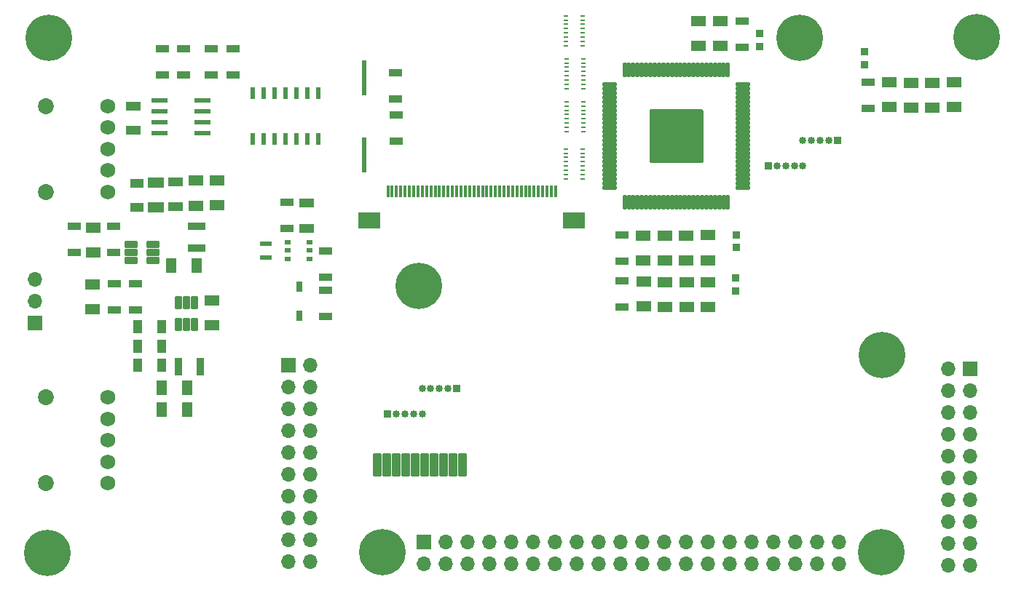
<source format=gts>
%TF.GenerationSoftware,KiCad,Pcbnew,8.0.8*%
%TF.CreationDate,2025-02-15T01:08:23-07:00*%
%TF.ProjectId,ECE Capstone PCB Design,45434520-4361-4707-9374-6f6e65205043,rev?*%
%TF.SameCoordinates,Original*%
%TF.FileFunction,Soldermask,Top*%
%TF.FilePolarity,Negative*%
%FSLAX46Y46*%
G04 Gerber Fmt 4.6, Leading zero omitted, Abs format (unit mm)*
G04 Created by KiCad (PCBNEW 8.0.8) date 2025-02-15 01:08:23*
%MOMM*%
%LPD*%
G01*
G04 APERTURE LIST*
G04 Aperture macros list*
%AMRoundRect*
0 Rectangle with rounded corners*
0 $1 Rounding radius*
0 $2 $3 $4 $5 $6 $7 $8 $9 X,Y pos of 4 corners*
0 Add a 4 corners polygon primitive as box body*
4,1,4,$2,$3,$4,$5,$6,$7,$8,$9,$2,$3,0*
0 Add four circle primitives for the rounded corners*
1,1,$1+$1,$2,$3*
1,1,$1+$1,$4,$5*
1,1,$1+$1,$6,$7*
1,1,$1+$1,$8,$9*
0 Add four rect primitives between the rounded corners*
20,1,$1+$1,$2,$3,$4,$5,0*
20,1,$1+$1,$4,$5,$6,$7,0*
20,1,$1+$1,$6,$7,$8,$9,0*
20,1,$1+$1,$8,$9,$2,$3,0*%
G04 Aperture macros list end*
%ADD10C,5.400000*%
%ADD11C,1.854200*%
%ADD12C,1.752600*%
%ADD13R,1.700000X1.700000*%
%ADD14O,1.700000X1.700000*%
%ADD15R,0.800001X0.549999*%
%ADD16R,1.752600X1.168400*%
%ADD17R,1.447800X0.609600*%
%ADD18R,0.584200X0.203200*%
%ADD19R,0.381000X1.346200*%
%ADD20R,2.540000X1.854200*%
%ADD21R,1.168400X1.803400*%
%ADD22R,1.600000X0.855600*%
%ADD23R,1.117600X1.600200*%
%ADD24R,1.803400X1.168400*%
%ADD25RoundRect,0.099250X0.627750X0.297750X-0.627750X0.297750X-0.627750X-0.297750X0.627750X-0.297750X0*%
%ADD26R,0.939800X0.965200*%
%ADD27R,2.006600X0.850900*%
%ADD28RoundRect,0.099250X-0.297750X0.627750X-0.297750X-0.627750X0.297750X-0.627750X0.297750X0.627750X0*%
%ADD29RoundRect,0.102000X-0.139700X0.736600X-0.139700X-0.736600X0.139700X-0.736600X0.139700X0.736600X0*%
%ADD30RoundRect,0.102000X-0.736600X0.139700X-0.736600X-0.139700X0.736600X-0.139700X0.736600X0.139700X0*%
%ADD31RoundRect,0.102000X-2.997200X2.997200X-2.997200X-2.997200X2.997200X-2.997200X2.997200X2.997200X0*%
%ADD32R,1.701800X1.016000*%
%ADD33R,1.752600X1.016000*%
%ADD34R,1.600200X1.117600*%
%ADD35R,0.609600X4.114800*%
%ADD36R,1.981200X0.558800*%
%ADD37R,0.558800X1.397000*%
%ADD38R,1.168400X1.752600*%
%ADD39RoundRect,0.102000X0.860000X-0.525000X0.860000X0.525000X-0.860000X0.525000X-0.860000X-0.525000X0*%
%ADD40R,0.850000X0.850000*%
%ADD41O,0.850000X0.850000*%
%ADD42R,0.850900X2.006600*%
%ADD43R,0.762000X1.219200*%
%ADD44RoundRect,0.102000X-0.375000X-1.250000X0.375000X-1.250000X0.375000X1.250000X-0.375000X1.250000X0*%
G04 APERTURE END LIST*
D10*
%TO.C,*%
X164950000Y-110450000D03*
%TD*%
%TO.C,*%
X222975000Y-87450000D03*
%TD*%
%TO.C,*%
X222950000Y-110450000D03*
%TD*%
D11*
%TO.C,J2*%
X125819999Y-92400000D03*
X125819999Y-102400000D03*
D12*
X133000000Y-102400000D03*
X133000000Y-99900000D03*
X133000000Y-97400000D03*
X133000000Y-94900000D03*
X133000000Y-92400000D03*
%TD*%
D13*
%TO.C,REF\u002A\u002A*%
X154000000Y-88640000D03*
D14*
X156540000Y-88640000D03*
X154000000Y-91180000D03*
X156540000Y-91180000D03*
X154000000Y-93720000D03*
X156540000Y-93720000D03*
X154000000Y-96260000D03*
X156540000Y-96260000D03*
X154000000Y-98800000D03*
X156540000Y-98800000D03*
X154000000Y-101340000D03*
X156540000Y-101340000D03*
X154000000Y-103880000D03*
X156540000Y-103880000D03*
X154000000Y-106420000D03*
X156540000Y-106420000D03*
X154000000Y-108960000D03*
X156540000Y-108960000D03*
X154000000Y-111500000D03*
X156540000Y-111500000D03*
%TD*%
D15*
%TO.C,U6*%
X153924999Y-74377800D03*
X153924999Y-75327801D03*
X153924999Y-76277799D03*
X156474999Y-76277799D03*
X156474999Y-75327801D03*
X156474999Y-74377800D03*
%TD*%
D16*
%TO.C,C13*%
X201700000Y-51500000D03*
X201700000Y-48604400D03*
%TD*%
D17*
%TO.C,L3*%
X151400000Y-76127901D03*
X151400000Y-74527701D03*
%TD*%
D18*
%TO.C,R11*%
X188200000Y-51500000D03*
X188200000Y-51000001D03*
X188200000Y-50500002D03*
X188200000Y-50000001D03*
X188200000Y-49500001D03*
X188200000Y-49000000D03*
X188200000Y-48500001D03*
X188200000Y-48000002D03*
X186269600Y-48000002D03*
X186269600Y-48500001D03*
X186269600Y-49000000D03*
X186269600Y-49500001D03*
X186269600Y-50000001D03*
X186269600Y-50500002D03*
X186269600Y-51000001D03*
X186269600Y-51500000D03*
%TD*%
D19*
%TO.C,J3*%
X165553398Y-68463100D03*
X166053524Y-68463100D03*
X166553650Y-68463100D03*
X167053776Y-68463100D03*
X167553902Y-68463100D03*
X168054028Y-68463100D03*
X168554154Y-68463100D03*
X169054280Y-68463100D03*
X169554406Y-68463100D03*
X170054532Y-68463100D03*
X170554658Y-68463100D03*
X171054784Y-68463100D03*
X171554910Y-68463100D03*
X172055036Y-68463100D03*
X172555162Y-68463100D03*
X173055288Y-68463100D03*
X173555414Y-68463100D03*
X174055540Y-68463100D03*
X174555666Y-68463100D03*
X175055792Y-68463100D03*
X175555918Y-68463100D03*
X176056044Y-68463100D03*
X176556170Y-68463100D03*
X177056296Y-68463100D03*
X177556422Y-68463100D03*
X178056548Y-68463100D03*
X178556674Y-68463100D03*
X179056800Y-68463100D03*
X179556926Y-68463100D03*
X180057052Y-68463100D03*
X180557178Y-68463100D03*
X181057304Y-68463100D03*
X181557430Y-68463100D03*
X182057556Y-68463100D03*
X182557682Y-68463100D03*
X183057808Y-68463100D03*
X183557934Y-68463100D03*
X184058060Y-68463100D03*
X184558186Y-68463100D03*
X185058312Y-68463100D03*
D20*
X163405856Y-71813101D03*
X187205854Y-71813101D03*
%TD*%
D21*
%TO.C,C31*%
X139253600Y-93800000D03*
X142200000Y-93800000D03*
%TD*%
D22*
%TO.C,C23*%
X192750000Y-73524399D03*
X192750000Y-76580001D03*
%TD*%
D16*
%TO.C,C12*%
X228852200Y-55804400D03*
X228852200Y-58700000D03*
%TD*%
D22*
%TO.C,C1*%
X166490000Y-59552199D03*
X166490000Y-62607801D03*
%TD*%
D16*
%TO.C,C17*%
X204200000Y-51500000D03*
X204200000Y-48604400D03*
%TD*%
D22*
%TO.C,C21*%
X206700000Y-51660002D03*
X206700000Y-48604400D03*
%TD*%
D23*
%TO.C,R6*%
X136456800Y-86430000D03*
X139250800Y-86430000D03*
%TD*%
D24*
%TO.C,C25*%
X143200000Y-67153600D03*
X143200000Y-70100000D03*
%TD*%
D25*
%TO.C,U7*%
X138246400Y-76511900D03*
X138246400Y-75561900D03*
X138246400Y-74611900D03*
X135736400Y-74611900D03*
X135736400Y-75561900D03*
X135736400Y-76511900D03*
%TD*%
D16*
%TO.C,C36*%
X145106800Y-81104400D03*
X145106800Y-84000000D03*
%TD*%
D22*
%TO.C,C22*%
X192800000Y-78867799D03*
X192800000Y-81923401D03*
%TD*%
D16*
%TO.C,C16*%
X226352200Y-55804400D03*
X226352200Y-58700000D03*
%TD*%
D26*
%TO.C,FB1*%
X206000000Y-80049300D03*
X206000000Y-78550700D03*
%TD*%
D27*
%TO.C,L1*%
X143291400Y-72496850D03*
X143291400Y-75049550D03*
%TD*%
D28*
%TO.C,U5*%
X143099800Y-81430000D03*
X142149800Y-81430000D03*
X141199800Y-81430000D03*
X141199800Y-83940000D03*
X142149800Y-83940000D03*
X143099800Y-83940000D03*
%TD*%
D16*
%TO.C,C35*%
X131250000Y-82169999D03*
X131250000Y-79274399D03*
%TD*%
D22*
%TO.C,C6*%
X139330000Y-54857801D03*
X139330000Y-51802199D03*
%TD*%
D29*
%TO.C,U3*%
X205078400Y-54278400D03*
X204578400Y-54278400D03*
X204082200Y-54278400D03*
X203574200Y-54278400D03*
X203078400Y-54278400D03*
X202578400Y-54278400D03*
X202075600Y-54278400D03*
X201578400Y-54278400D03*
X201078400Y-54278400D03*
X200577000Y-54278400D03*
X200069000Y-54278400D03*
X199578400Y-54278400D03*
X199078400Y-54278400D03*
X198570400Y-54278400D03*
X198078400Y-54278400D03*
X197579800Y-54278400D03*
X197071800Y-54278400D03*
X196578400Y-54278400D03*
X196081200Y-54278400D03*
X195573200Y-54278400D03*
X195078400Y-54278400D03*
X194582600Y-54278400D03*
X194074600Y-54278400D03*
X193566600Y-54278400D03*
X193078400Y-54278400D03*
D30*
X191356800Y-56005600D03*
X191356800Y-56500000D03*
X191356800Y-56996200D03*
X191356800Y-57504200D03*
X191356800Y-58000000D03*
X191356800Y-58494800D03*
X191356800Y-59002800D03*
X191356800Y-59510800D03*
X191356800Y-60000000D03*
X191356800Y-60501400D03*
X191356800Y-61000000D03*
X191356800Y-61500000D03*
X191356800Y-62000000D03*
X191356800Y-62500000D03*
X191356800Y-63000000D03*
X191356800Y-63498600D03*
X191356800Y-64000000D03*
X191356800Y-64500000D03*
X191356800Y-64997200D03*
X191356800Y-65505200D03*
X191356800Y-66000000D03*
X191356800Y-66495800D03*
X191356800Y-67003800D03*
X191356800Y-67500000D03*
X191356800Y-68000000D03*
D29*
X193084000Y-69721600D03*
X193578400Y-69721600D03*
X194074600Y-69721600D03*
X194582600Y-69721600D03*
X195078400Y-69721600D03*
X195578400Y-69721600D03*
X196081200Y-69721600D03*
X196578400Y-69721600D03*
X197078400Y-69721600D03*
X197579800Y-69721600D03*
X198078400Y-69721600D03*
X198578400Y-69721600D03*
X199078400Y-69721600D03*
X199578400Y-69721600D03*
X200078400Y-69721600D03*
X200577000Y-69721600D03*
X201078400Y-69721600D03*
X201578400Y-69721600D03*
X202075600Y-69721600D03*
X202578400Y-69721600D03*
X203078400Y-69721600D03*
X203574200Y-69721600D03*
X204082200Y-69721600D03*
X204590200Y-69721600D03*
X205078400Y-69721600D03*
D30*
X206800000Y-68000000D03*
X206800000Y-67500000D03*
X206800000Y-67003800D03*
X206800000Y-66495800D03*
X206800000Y-66000000D03*
X206800000Y-65500000D03*
X206800000Y-64997200D03*
X206800000Y-64500000D03*
X206800000Y-64000000D03*
X206800000Y-63498600D03*
X206800000Y-63000000D03*
X206800000Y-62500000D03*
X206800000Y-62000000D03*
X206800000Y-61500000D03*
X206800000Y-61000000D03*
X206800000Y-60501400D03*
X206800000Y-60000000D03*
X206800000Y-59500000D03*
X206800000Y-59002800D03*
X206800000Y-58500000D03*
X206800000Y-58000000D03*
X206800000Y-57504200D03*
X206800000Y-56996200D03*
X206800000Y-56500000D03*
X206800000Y-56000000D03*
D31*
X199078400Y-62000000D03*
%TD*%
D18*
%TO.C,R10*%
X188250000Y-56500000D03*
X188250000Y-56000001D03*
X188250000Y-55500002D03*
X188250000Y-55000001D03*
X188250000Y-54500001D03*
X188250000Y-54000000D03*
X188250000Y-53500001D03*
X188250000Y-53000002D03*
X186319600Y-53000002D03*
X186319600Y-53500001D03*
X186319600Y-54000000D03*
X186319600Y-54500001D03*
X186319600Y-55000001D03*
X186319600Y-55500002D03*
X186319600Y-56000001D03*
X186319600Y-56500000D03*
%TD*%
D13*
%TO.C,REF\u002A\u002A*%
X124500000Y-83775000D03*
D14*
X124500000Y-81235000D03*
X124500000Y-78695000D03*
%TD*%
D10*
%TO.C,REF\u002A\u002A*%
X126100000Y-50600000D03*
%TD*%
D22*
%TO.C,C37*%
X153800000Y-72783403D03*
X153800000Y-69727801D03*
%TD*%
D16*
%TO.C,C20*%
X223852200Y-55752200D03*
X223852200Y-58647800D03*
%TD*%
%TO.C,C18*%
X195300000Y-78947800D03*
X195300000Y-81843400D03*
%TD*%
D11*
%TO.C,J1*%
X125819999Y-58500000D03*
X125819999Y-68500000D03*
D12*
X133000000Y-68500000D03*
X133000000Y-66000000D03*
X133000000Y-63500000D03*
X133000000Y-61000000D03*
X133000000Y-58500000D03*
%TD*%
D32*
%TO.C,R8*%
X156074999Y-72725599D03*
X156074999Y-69829999D03*
%TD*%
D33*
%TO.C,R2*%
X140890000Y-67345200D03*
X140890000Y-70190000D03*
%TD*%
D34*
%TO.C,R4*%
X136340000Y-70266000D03*
X136340000Y-67472000D03*
%TD*%
D16*
%TO.C,C11*%
X200250000Y-73604400D03*
X200250000Y-76500000D03*
%TD*%
D22*
%TO.C,C28*%
X129100000Y-72534099D03*
X129100000Y-75589701D03*
%TD*%
D18*
%TO.C,R9*%
X188250000Y-61500000D03*
X188250000Y-61000001D03*
X188250000Y-60500002D03*
X188250000Y-60000001D03*
X188250000Y-59500001D03*
X188250000Y-59000000D03*
X188250000Y-58500001D03*
X188250000Y-58000002D03*
X186319600Y-58000002D03*
X186319600Y-58500001D03*
X186319600Y-59000000D03*
X186319600Y-59500001D03*
X186319600Y-60000001D03*
X186319600Y-60500002D03*
X186319600Y-61000001D03*
X186319600Y-61500000D03*
%TD*%
D16*
%TO.C,C14*%
X197800000Y-79000000D03*
X197800000Y-81895600D03*
%TD*%
D35*
%TO.C,8MHz*%
X162800000Y-64200000D03*
X162800000Y-55208400D03*
%TD*%
D33*
%TO.C,R1*%
X136000000Y-58500000D03*
X136000000Y-61344800D03*
%TD*%
D14*
%TO.C,REF\u002A\u002A*%
X218035026Y-111765000D03*
X218035026Y-109225000D03*
X215495026Y-111765000D03*
X215495026Y-109225000D03*
X212955026Y-111765000D03*
X212955026Y-109225000D03*
X210415026Y-111765000D03*
X210415026Y-109225000D03*
X207875026Y-111765000D03*
X207875026Y-109225000D03*
X205335026Y-111765000D03*
X205335026Y-109225000D03*
X202795026Y-111765000D03*
X202795026Y-109225000D03*
X200255026Y-111765000D03*
X200255026Y-109225000D03*
X197715026Y-111765000D03*
X197715026Y-109225000D03*
X195175026Y-111765000D03*
X195175026Y-109225000D03*
X192635026Y-111765000D03*
X192635026Y-109225000D03*
X190095026Y-111765000D03*
X190095026Y-109225000D03*
X187555026Y-111765000D03*
X187555026Y-109225000D03*
X185015026Y-111765000D03*
X185015026Y-109225000D03*
X182475026Y-111765000D03*
X182475026Y-109225000D03*
X179935026Y-111765000D03*
X179935026Y-109225000D03*
X177395026Y-111765000D03*
X177395026Y-109225000D03*
X174855026Y-111765000D03*
X174855026Y-109225000D03*
X172315026Y-111765000D03*
X172315026Y-109225000D03*
X169775026Y-111765000D03*
D13*
X169775026Y-109225000D03*
%TD*%
D23*
%TO.C,R5*%
X139250800Y-88650000D03*
X136456800Y-88650000D03*
%TD*%
D24*
%TO.C,C27*%
X145673200Y-67126800D03*
X145673200Y-70073200D03*
%TD*%
D23*
%TO.C,R7*%
X139247800Y-84190000D03*
X136453800Y-84190000D03*
%TD*%
D22*
%TO.C,C4*%
X147580000Y-54930000D03*
X147580000Y-51874398D03*
%TD*%
D36*
%TO.C,U2*%
X143963800Y-61705000D03*
X143963800Y-60435000D03*
X143963800Y-59165000D03*
X143963800Y-57895000D03*
X139036200Y-57895000D03*
X139036200Y-59165000D03*
X139036200Y-60435000D03*
X139036200Y-61705000D03*
%TD*%
D16*
%TO.C,C9*%
X231352200Y-55752200D03*
X231352200Y-58647800D03*
%TD*%
D10*
%TO.C,REF\u002A\u002A*%
X234000000Y-50500000D03*
%TD*%
D21*
%TO.C,C33*%
X139253600Y-91300000D03*
X142200000Y-91300000D03*
%TD*%
D22*
%TO.C,C24*%
X221352200Y-55752200D03*
X221352200Y-58807802D03*
%TD*%
%TO.C,C2*%
X166460000Y-57707801D03*
X166460000Y-54652199D03*
%TD*%
D16*
%TO.C,C19*%
X195250000Y-73604400D03*
X195250000Y-76500000D03*
%TD*%
D26*
%TO.C,FB*%
X221000000Y-52201400D03*
X221000000Y-53700000D03*
%TD*%
%TO.C,FB4*%
X208800000Y-50061402D03*
X208800000Y-51560002D03*
%TD*%
D10*
%TO.C,*%
X213400000Y-50600000D03*
%TD*%
D22*
%TO.C,C26*%
X133700000Y-72534099D03*
X133700000Y-75589701D03*
%TD*%
D37*
%TO.C,U1*%
X149830000Y-62300000D03*
X151100000Y-62300000D03*
X152370000Y-62300000D03*
X153640000Y-62300000D03*
X154910000Y-62300000D03*
X156180000Y-62300000D03*
X157450000Y-62300000D03*
X157450000Y-56991400D03*
X156180000Y-56991400D03*
X154910000Y-56991400D03*
X153640000Y-56991400D03*
X152370000Y-56991400D03*
X151100000Y-56991400D03*
X149830000Y-56991400D03*
%TD*%
D22*
%TO.C,C5*%
X141830000Y-54857801D03*
X141830000Y-51802199D03*
%TD*%
D16*
%TO.C,C7*%
X202800000Y-79000000D03*
X202800000Y-81895600D03*
%TD*%
%TO.C,C15*%
X197750000Y-73604400D03*
X197750000Y-76500000D03*
%TD*%
%TO.C,C29*%
X131300000Y-72644300D03*
X131300000Y-75539900D03*
%TD*%
D14*
%TO.C,REF\u002A\u002A*%
X230660126Y-111950000D03*
X233200126Y-111950000D03*
X230660126Y-109410000D03*
X233200126Y-109410000D03*
X230660126Y-106870000D03*
X233200126Y-106870000D03*
X230660126Y-104330000D03*
X233200126Y-104330000D03*
X230660126Y-101790000D03*
X233200126Y-101790000D03*
X230660126Y-99250000D03*
X233200126Y-99250000D03*
X230660126Y-96710000D03*
X233200126Y-96710000D03*
X230660126Y-94170000D03*
X233200126Y-94170000D03*
X230660126Y-91630000D03*
X233200126Y-91630000D03*
X230660126Y-89090000D03*
D13*
X233200126Y-89090000D03*
%TD*%
D38*
%TO.C,C30*%
X143291400Y-77073200D03*
X140395800Y-77073200D03*
%TD*%
D22*
%TO.C,C39*%
X158300000Y-82983403D03*
X158300000Y-79927801D03*
%TD*%
%TO.C,C32*%
X136250000Y-82250000D03*
X136250000Y-79194398D03*
%TD*%
%TO.C,C3*%
X145052199Y-54902199D03*
X145052199Y-51846597D03*
%TD*%
D16*
%TO.C,C10*%
X200300000Y-79000000D03*
X200300000Y-81895600D03*
%TD*%
D10*
%TO.C,REF\u002A\u002A*%
X126000000Y-110500000D03*
%TD*%
D26*
%TO.C,FB2*%
X206050000Y-74999300D03*
X206050000Y-73500700D03*
%TD*%
D22*
%TO.C,C34*%
X133750000Y-82250000D03*
X133750000Y-79194398D03*
%TD*%
%TO.C,C38*%
X158300000Y-75400000D03*
X158300000Y-78455602D03*
%TD*%
D16*
%TO.C,C8*%
X202750000Y-73552200D03*
X202750000Y-76447800D03*
%TD*%
D39*
%TO.C,R3*%
X138590000Y-70305200D03*
X138590000Y-67385200D03*
%TD*%
D40*
%TO.C,REF\u002A\u002A*%
X217800000Y-62500000D03*
D41*
X216800000Y-62500000D03*
X215800000Y-62500000D03*
X214800000Y-62500000D03*
X213800000Y-62500000D03*
%TD*%
D42*
%TO.C,L2*%
X141223650Y-88860000D03*
X143776350Y-88860000D03*
%TD*%
D18*
%TO.C,R12*%
X188200000Y-67000000D03*
X188200000Y-66500001D03*
X188200000Y-66000002D03*
X188200000Y-65500001D03*
X188200000Y-65000001D03*
X188200000Y-64500000D03*
X188200000Y-64000001D03*
X188200000Y-63500002D03*
X186269600Y-63500002D03*
X186269600Y-64000001D03*
X186269600Y-64500000D03*
X186269600Y-65000001D03*
X186269600Y-65500001D03*
X186269600Y-66000002D03*
X186269600Y-66500001D03*
X186269600Y-67000000D03*
%TD*%
D43*
%TO.C,D1*%
X155300000Y-82904201D03*
X155300000Y-79551401D03*
%TD*%
D41*
%TO.C,REF\u002A\u002A*%
X213800000Y-65500000D03*
X212800000Y-65500000D03*
X211800000Y-65500000D03*
X210800000Y-65500000D03*
D40*
X209800000Y-65500000D03*
%TD*%
D44*
%TO.C,REF\u002A\u002A*%
X174214098Y-100270000D03*
X173120000Y-100270000D03*
X172020000Y-100270000D03*
X170920000Y-100270000D03*
X169820000Y-100270000D03*
X168720000Y-100270000D03*
X167620000Y-100270000D03*
X166520000Y-100270000D03*
X165420000Y-100270000D03*
X164320000Y-100270000D03*
%TD*%
D10*
%TO.C,*%
X169140000Y-79480000D03*
%TD*%
D41*
%TO.C,REF\u002A\u002A*%
X169540000Y-94380000D03*
X168540000Y-94380000D03*
X167540000Y-94380000D03*
X166540000Y-94380000D03*
D40*
X165540000Y-94380000D03*
%TD*%
D41*
%TO.C,REF\u002A\u002A*%
X169540000Y-91380000D03*
X170540000Y-91380000D03*
X171540000Y-91380000D03*
X172540000Y-91380000D03*
D40*
X173540000Y-91380000D03*
%TD*%
M02*

</source>
